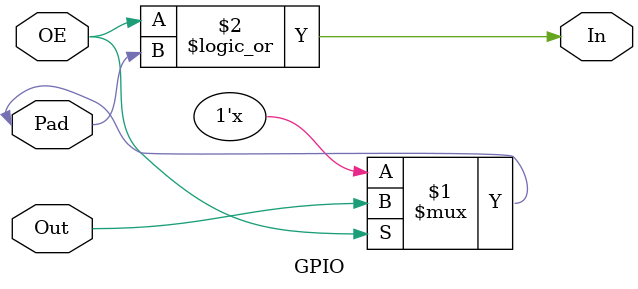
<source format=v>
module GPIO(
/*AUTOARG*/
   // Outputs
   In,
   // Inouts
   Pad,
   // Inputs
   Out, OE
   );

inout   Pad;
input   Out;
input   OE;
output  In;

assign Pad = OE ? Out: 1'bz;
assign In = OE || Pad;

endmodule

</source>
